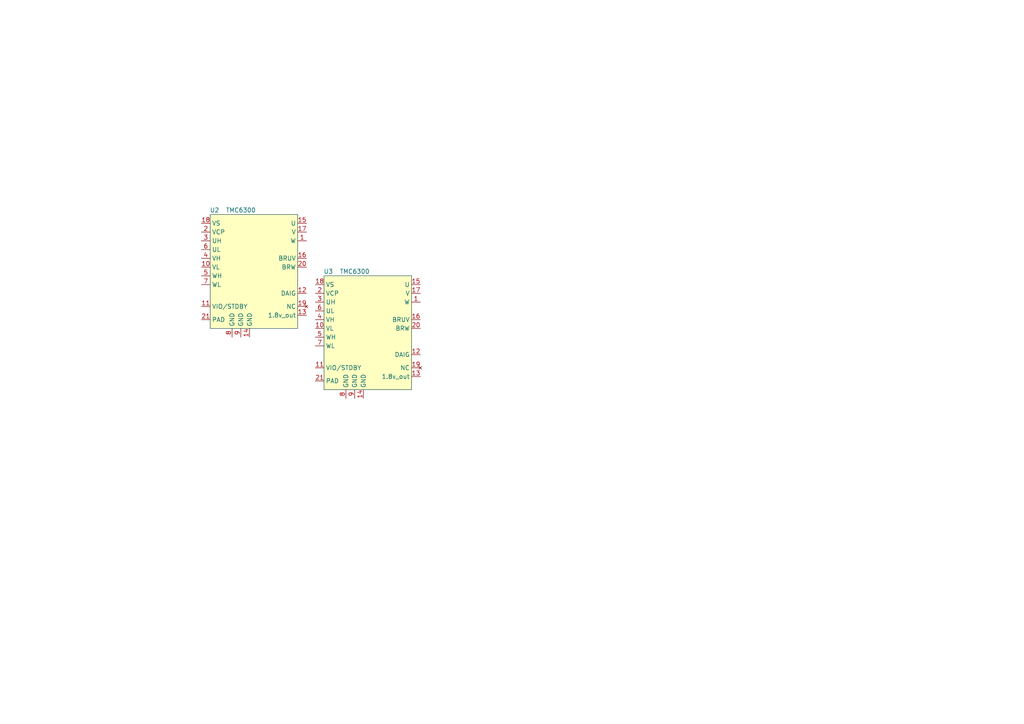
<source format=kicad_sch>
(kicad_sch (version 20230121) (generator eeschema)
  (paper "A4")
  (lib_symbols
    (symbol "trinamic:TMC6300"
      (property "Reference" "U" (at 0 1.27 0))
      (symbol "TMC6300_1_1"
        (rectangle (start 0 0) (end 25.4 -33.02) (stroke (width 0) (color 41 85 79 1)) (fill (type background)))
        (pin power_out line (at 27.94 -7.62 180) (length 2.54) (name "W") (number "1"))
        (pin input line (at -2.54 -15.24 0) (length 2.54) (name "VL") (number "10"))
        (pin input line (at -2.54 -26.67 0) (length 2.54) (name "VIO/STDBY") (number "11"))
        (pin output line (at 27.94 -22.86 180) (length 2.54) (name "DAIG") (number "12"))
        (pin output line (at 27.94 -29.21 180) (length 2.54) (name "1.8v_out") (number "13"))
        (pin passive line (at 11.43 -35.56 90) (length 2.54) (name "GND") (number "14"))
        (pin power_out line (at 27.94 -2.54 180) (length 2.54) (name "U") (number "15"))
        (pin output line (at 27.94 -12.7 180) (length 2.54) (name "BRUV") (number "16"))
        (pin power_out line (at 27.94 -5.08 180) (length 2.54) (name "V") (number "17"))
        (pin power_in line (at -2.54 -2.54 0) (length 2.54) (name "VS") (number "18"))
        (pin no_connect line (at 27.94 -26.67 180) (length 2.54) (name "NC") (number "19"))
        (pin input line (at -2.54 -5.08 0) (length 2.54) (name "VCP") (number "2"))
        (pin output line (at 27.94 -15.24 180) (length 2.54) (name "BRW") (number "20"))
        (pin passive line (at -2.54 -30.48 0) (length 2.54) (name "PAD") (number "21"))
        (pin input line (at -2.54 -7.62 0) (length 2.54) (name "UH") (number "3"))
        (pin input line (at -2.54 -12.7 0) (length 2.54) (name "VH") (number "4"))
        (pin input line (at -2.54 -17.78 0) (length 2.54) (name "WH") (number "5"))
        (pin input line (at -2.54 -10.16 0) (length 2.54) (name "UL") (number "6"))
        (pin input line (at -2.54 -20.32 0) (length 2.54) (name "WL") (number "7"))
        (pin passive line (at 6.35 -35.56 90) (length 2.54) (name "GND") (number "8"))
        (pin passive line (at 8.89 -35.56 90) (length 2.54) (name "GND") (number "9"))
      )
    )
  )
  (symbol (lib_id "trinamic:TMC6300") (at 93.98 80.01 0) (unit 1)
    (property "Reference" "U3" (at 95.25 78.74 0))
    (property "Value" "TMC6300" (at 102.87 78.74 0))
    (property "Footprint" "trinamic:TMC6300 3x3mm" (effects hide))
  )
  (symbol (lib_id "trinamic:TMC6300") (at 60.96 62.23 0) (unit 1)
    (property "Reference" "U2" (at 62.23 60.96 0))
    (property "Value" "TMC6300" (at 69.85 60.96 0))
    (property "Footprint" "trinamic:TMC6300 3x3mm" (effects hide))
  )
)
</source>
